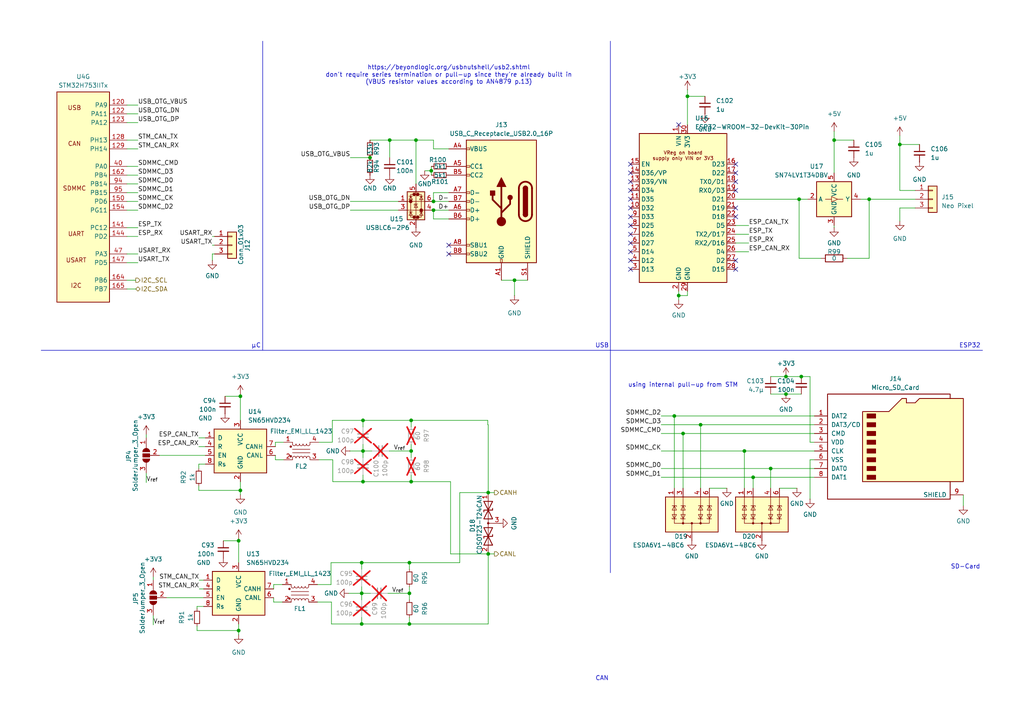
<source format=kicad_sch>
(kicad_sch
	(version 20250114)
	(generator "eeschema")
	(generator_version "9.0")
	(uuid "c61dd313-04ad-474f-9718-66b9bce07315")
	(paper "A4")
	
	(text "USB"
		(exclude_from_sim no)
		(at 174.625 100.33 0)
		(effects
			(font
				(size 1.27 1.27)
			)
		)
		(uuid "030ac795-edf5-444d-9323-762df8451be4")
	)
	(text "SD-Card"
		(exclude_from_sim no)
		(at 280.035 164.465 0)
		(effects
			(font
				(size 1.27 1.27)
			)
		)
		(uuid "05828fab-2d04-4397-b843-7a8ebdd025b6")
	)
	(text "don't require series termination or pull-up since they're already built in\n(VBUS resistor values according to AN4879 p.13)"
		(exclude_from_sim no)
		(at 130.175 22.86 0)
		(effects
			(font
				(size 1.27 1.27)
			)
		)
		(uuid "1055d774-b6a1-419a-b048-36be66eef259")
	)
	(text "µC"
		(exclude_from_sim no)
		(at 74.295 100.33 0)
		(effects
			(font
				(size 1.27 1.27)
			)
		)
		(uuid "116a24cc-e1f0-4e0d-bea5-abd9a8f91599")
	)
	(text "https://beyondlogic.org/usbnutshell/usb2.shtml"
		(exclude_from_sim no)
		(at 130.175 19.685 0)
		(effects
			(font
				(size 1.27 1.27)
			)
		)
		(uuid "17aebb66-f36f-4773-91b3-aa6e98e3a3df")
	)
	(text "ESP32"
		(exclude_from_sim no)
		(at 281.305 100.33 0)
		(effects
			(font
				(size 1.27 1.27)
			)
		)
		(uuid "2f1a1088-c0ce-4de9-ae6e-34c8798ff98b")
	)
	(text "using internal pull-up from STM"
		(exclude_from_sim no)
		(at 198.12 111.76 0)
		(effects
			(font
				(size 1.27 1.27)
			)
		)
		(uuid "a2052886-6177-4247-95db-c4b735b95dd6")
	)
	(text "CAN"
		(exclude_from_sim no)
		(at 174.625 196.85 0)
		(effects
			(font
				(size 1.27 1.27)
			)
		)
		(uuid "aaa6aba1-4600-4726-ab41-4812b09f5f58")
	)
	(junction
		(at 231.775 57.785)
		(diameter 0)
		(color 0 0 0 0)
		(uuid "05cfbb34-84b8-41f9-b2c6-e5b00514da1d")
	)
	(junction
		(at 215.9 130.81)
		(diameter 0)
		(color 0 0 0 0)
		(uuid "0bbc3a19-37df-42ad-91f0-8540a0395fb7")
	)
	(junction
		(at 227.965 109.22)
		(diameter 0)
		(color 0 0 0 0)
		(uuid "18ab2d23-28e9-4932-9559-08cfc3b6ac2c")
	)
	(junction
		(at 232.41 109.22)
		(diameter 0)
		(color 0 0 0 0)
		(uuid "24fd9673-2273-4cc7-b851-95d6418ffacd")
	)
	(junction
		(at 118.745 180.975)
		(diameter 0)
		(color 0 0 0 0)
		(uuid "28a47998-b579-477b-8bd7-5184e4777d5e")
	)
	(junction
		(at 119.253 130.81)
		(diameter 0)
		(color 0 0 0 0)
		(uuid "3162dd44-bd73-462d-a1ba-3ec68e82b83a")
	)
	(junction
		(at 252.095 57.785)
		(diameter 0)
		(color 0 0 0 0)
		(uuid "318c4647-7bc1-4283-9b65-f73983dbd071")
	)
	(junction
		(at 149.225 81.28)
		(diameter 0)
		(color 0 0 0 0)
		(uuid "3c1013bf-bfba-435b-96c5-025b99d0e79f")
	)
	(junction
		(at 69.723 142.24)
		(diameter 0)
		(color 0 0 0 0)
		(uuid "3d875b4c-a7a5-4903-ad64-3ecea35d872b")
	)
	(junction
		(at 69.723 114.935)
		(diameter 0)
		(color 0 0 0 0)
		(uuid "41b0bad5-7e8d-4b02-8ba8-4522831df7e6")
	)
	(junction
		(at 107.315 45.72)
		(diameter 0)
		(color 0 0 0 0)
		(uuid "46e9cd3f-c4dc-4e06-874a-970861c8e4d0")
	)
	(junction
		(at 195.58 120.65)
		(diameter 0)
		(color 0 0 0 0)
		(uuid "483c68f8-8db5-413f-96da-d4c2dccc7777")
	)
	(junction
		(at 69.215 182.88)
		(diameter 0)
		(color 0 0 0 0)
		(uuid "4dfb8dde-4cef-4814-89d9-dc2c67abc0ea")
	)
	(junction
		(at 218.44 138.43)
		(diameter 0)
		(color 0 0 0 0)
		(uuid "50b25640-4ca4-435d-9ca2-96918ac454bf")
	)
	(junction
		(at 198.12 125.73)
		(diameter 0)
		(color 0 0 0 0)
		(uuid "52bd35f7-90f4-444f-80c2-b19c5579d427")
	)
	(junction
		(at 104.902 163.195)
		(diameter 0)
		(color 0 0 0 0)
		(uuid "53b32a67-343e-432d-9256-006aedde493b")
	)
	(junction
		(at 119.253 139.7)
		(diameter 0)
		(color 0 0 0 0)
		(uuid "6c0e76a3-6aad-4fb4-a948-d5eac4447136")
	)
	(junction
		(at 105.283 121.92)
		(diameter 0)
		(color 0 0 0 0)
		(uuid "7481ae21-ea6c-45fa-90b7-25db4fcacac0")
	)
	(junction
		(at 125.73 60.96)
		(diameter 0)
		(color 0 0 0 0)
		(uuid "76eb61ee-a5dc-435a-8704-218432069d76")
	)
	(junction
		(at 227.965 114.3)
		(diameter 0)
		(color 0 0 0 0)
		(uuid "7b77a6c7-da0a-42bd-826a-b38b72133772")
	)
	(junction
		(at 69.215 156.845)
		(diameter 0)
		(color 0 0 0 0)
		(uuid "7c2aa378-d994-4cbb-a7fd-662b6a6dbd3e")
	)
	(junction
		(at 223.52 135.89)
		(diameter 0)
		(color 0 0 0 0)
		(uuid "83a97a6e-f8be-41f0-8991-cb39de58c4f2")
	)
	(junction
		(at 199.39 27.94)
		(diameter 0)
		(color 0 0 0 0)
		(uuid "8a2ddf5a-e56d-4ddb-b3a7-3ce78fdb1ea7")
	)
	(junction
		(at 104.902 180.975)
		(diameter 0)
		(color 0 0 0 0)
		(uuid "8c902d7a-9a97-4247-a024-6511c85f57b0")
	)
	(junction
		(at 119.253 121.92)
		(diameter 0)
		(color 0 0 0 0)
		(uuid "9727df9d-30c2-4d31-a4a4-c18de4a38ffd")
	)
	(junction
		(at 141.605 160.655)
		(diameter 0)
		(color 0 0 0 0)
		(uuid "9b258187-c52a-4e59-8789-b7ac6ed5dc99")
	)
	(junction
		(at 104.902 172.085)
		(diameter 0)
		(color 0 0 0 0)
		(uuid "9cc87ece-ed33-40de-966c-51c2001dc894")
	)
	(junction
		(at 105.283 130.81)
		(diameter 0)
		(color 0 0 0 0)
		(uuid "9cdc856e-55bf-4f24-8496-a3f3c835efb4")
	)
	(junction
		(at 120.65 40.64)
		(diameter 0)
		(color 0 0 0 0)
		(uuid "9ea8c7a2-1503-4324-bc92-c95e051488ac")
	)
	(junction
		(at 141.605 142.875)
		(diameter 0)
		(color 0 0 0 0)
		(uuid "a02cb7ca-67e1-4267-9b51-48bfa47aa699")
	)
	(junction
		(at 203.2 123.19)
		(diameter 0)
		(color 0 0 0 0)
		(uuid "a030d523-f685-498c-a6ce-88394aca3cb6")
	)
	(junction
		(at 118.745 163.195)
		(diameter 0)
		(color 0 0 0 0)
		(uuid "b60abf17-3e74-47af-a488-26c720dd0b0f")
	)
	(junction
		(at 118.745 172.085)
		(diameter 0)
		(color 0 0 0 0)
		(uuid "b6c8fd7b-67f5-4777-9880-dd70ef3914a0")
	)
	(junction
		(at 196.85 85.725)
		(diameter 0)
		(color 0 0 0 0)
		(uuid "cee00a16-43e6-4734-87be-e840da75aabc")
	)
	(junction
		(at 105.283 139.7)
		(diameter 0)
		(color 0 0 0 0)
		(uuid "cf065f4e-64c6-411f-9278-3cbeff3ad8fd")
	)
	(junction
		(at 125.095 49.53)
		(diameter 0)
		(color 0 0 0 0)
		(uuid "d302f7ee-d45d-43f0-9f1f-85368a116229")
	)
	(junction
		(at 260.985 41.91)
		(diameter 0)
		(color 0 0 0 0)
		(uuid "e4280f40-0a8b-46b8-8a3f-bdc2bbc7d561")
	)
	(junction
		(at 241.935 40.64)
		(diameter 0)
		(color 0 0 0 0)
		(uuid "e66e4697-c658-4daa-8505-29693d7c6fa8")
	)
	(junction
		(at 125.73 58.42)
		(diameter 0)
		(color 0 0 0 0)
		(uuid "e8da3965-6ebf-4303-bffa-5c0b2fe16f2a")
	)
	(junction
		(at 113.03 40.64)
		(diameter 0)
		(color 0 0 0 0)
		(uuid "eef95e3a-9baf-4512-9c0f-0fb5481cc6c4")
	)
	(no_connect
		(at 182.88 73.025)
		(uuid "0f78565a-9a79-4977-842d-db81c2f3a858")
	)
	(no_connect
		(at 182.88 55.245)
		(uuid "1635493b-c0b0-4b22-91c0-dd20f89d28d6")
	)
	(no_connect
		(at 182.88 57.785)
		(uuid "2cd37b9b-1e16-4721-baaf-0f02fff9ee15")
	)
	(no_connect
		(at 213.36 47.625)
		(uuid "2e298096-7ace-418c-89a7-3d43d6bed0db")
	)
	(no_connect
		(at 182.88 60.325)
		(uuid "3bc25636-dee2-443e-8ccb-a980f456ac63")
	)
	(no_connect
		(at 182.88 50.165)
		(uuid "43d8676e-50c6-4697-acd1-a078ec396d67")
	)
	(no_connect
		(at 182.88 65.405)
		(uuid "4a7c660c-ecc7-4617-8099-7833ce97674f")
	)
	(no_connect
		(at 182.88 47.625)
		(uuid "5a25121c-a1f8-402a-a503-9b4b6773db57")
	)
	(no_connect
		(at 196.85 36.195)
		(uuid "5c9306cf-381b-4d82-8a3a-52bc964f2a36")
	)
	(no_connect
		(at 213.36 52.705)
		(uuid "5c964bdf-2ed2-4eef-b541-8ce09ccb6359")
	)
	(no_connect
		(at 182.88 78.105)
		(uuid "5cab31a6-586b-4cbb-8e74-6785a73b7287")
	)
	(no_connect
		(at 213.36 75.565)
		(uuid "627c0ac6-463b-4d74-9056-912f48f57f8c")
	)
	(no_connect
		(at 182.88 67.945)
		(uuid "662f2eb1-7541-4b5a-9b3e-348e11036abd")
	)
	(no_connect
		(at 182.88 52.705)
		(uuid "73269fd7-c364-4aef-a8b5-a2eabdfa97a8")
	)
	(no_connect
		(at 213.36 60.325)
		(uuid "797e1eed-a489-45da-8c0f-184fc597169c")
	)
	(no_connect
		(at 182.88 75.565)
		(uuid "8365a6d4-6d29-461b-904c-0324ca06fc5a")
	)
	(no_connect
		(at 182.88 62.865)
		(uuid "8ac847d1-9069-40ae-a3f2-d3aed782fb55")
	)
	(no_connect
		(at 213.36 78.105)
		(uuid "8f56c4af-52dc-4612-9881-b40f131d9649")
	)
	(no_connect
		(at 213.36 50.165)
		(uuid "b938ea39-6292-4387-8cd7-875c20a9d49a")
	)
	(no_connect
		(at 130.175 71.12)
		(uuid "d7064c93-16c6-497d-859a-7b410a29e175")
	)
	(no_connect
		(at 213.36 55.245)
		(uuid "da2de24c-d775-46ec-8771-ff0ede014a17")
	)
	(no_connect
		(at 130.175 73.66)
		(uuid "e5cfba84-9aae-4335-81b2-f9420a56298e")
	)
	(no_connect
		(at 182.88 70.485)
		(uuid "e700e196-44ff-4ef8-a8e9-38a5e666b895")
	)
	(no_connect
		(at 213.36 62.865)
		(uuid "ffc9674a-9076-447f-ba67-71a5716efeb9")
	)
	(wire
		(pts
			(xy 198.12 125.73) (xy 198.12 141.605)
		)
		(stroke
			(width 0)
			(type default)
		)
		(uuid "0126e725-cd4a-43de-a635-49074d4eee16")
	)
	(wire
		(pts
			(xy 113.03 40.64) (xy 120.65 40.64)
		)
		(stroke
			(width 0)
			(type default)
		)
		(uuid "03b6b96d-d108-4c6b-b2b6-d370d0813a07")
	)
	(wire
		(pts
			(xy 40.005 53.34) (xy 36.83 53.34)
		)
		(stroke
			(width 0)
			(type default)
		)
		(uuid "069c83cc-66af-4239-a3f2-6fc7c9797843")
	)
	(wire
		(pts
			(xy 227.965 109.22) (xy 232.41 109.22)
		)
		(stroke
			(width 0)
			(type default)
		)
		(uuid "0720b77c-06ec-4ddc-af8a-933409149d5c")
	)
	(wire
		(pts
			(xy 252.095 57.785) (xy 252.095 74.93)
		)
		(stroke
			(width 0)
			(type default)
		)
		(uuid "07821e1a-6081-4b53-af8d-3407e5dfe479")
	)
	(wire
		(pts
			(xy 96.139 174.625) (xy 96.139 180.975)
		)
		(stroke
			(width 0)
			(type default)
		)
		(uuid "07b7ef48-98f5-4f9c-8c83-e93a23111e86")
	)
	(wire
		(pts
			(xy 217.17 65.405) (xy 213.36 65.405)
		)
		(stroke
			(width 0)
			(type default)
		)
		(uuid "08072ded-74bf-4b0b-806c-19444be54a5d")
	)
	(wire
		(pts
			(xy 101.6 58.42) (xy 115.57 58.42)
		)
		(stroke
			(width 0)
			(type default)
		)
		(uuid "082fce0a-328f-4c33-b82d-f736243226bd")
	)
	(wire
		(pts
			(xy 125.095 49.53) (xy 125.095 50.8)
		)
		(stroke
			(width 0)
			(type default)
		)
		(uuid "0ea0bb12-e71d-4036-85a4-6c19fe123590")
	)
	(wire
		(pts
			(xy 79.883 133.35) (xy 79.883 132.08)
		)
		(stroke
			(width 0)
			(type default)
		)
		(uuid "0eb24822-65ba-4fcc-a791-110a601cab9c")
	)
	(wire
		(pts
			(xy 241.935 40.64) (xy 247.65 40.64)
		)
		(stroke
			(width 0)
			(type default)
		)
		(uuid "0ec11d76-de2c-47d9-b68b-71e96f39e5f7")
	)
	(wire
		(pts
			(xy 36.83 55.88) (xy 40.005 55.88)
		)
		(stroke
			(width 0)
			(type default)
		)
		(uuid "0f23c12c-ee24-49ec-857a-7c94676913f0")
	)
	(wire
		(pts
			(xy 113.03 40.64) (xy 113.03 45.72)
		)
		(stroke
			(width 0)
			(type default)
		)
		(uuid "0f360adf-082b-43ce-b071-56ba3d6d1ff9")
	)
	(wire
		(pts
			(xy 223.52 135.89) (xy 236.22 135.89)
		)
		(stroke
			(width 0)
			(type default)
		)
		(uuid "0fe1c355-612f-4426-80ff-01e842356dec")
	)
	(wire
		(pts
			(xy 199.39 27.94) (xy 199.39 36.195)
		)
		(stroke
			(width 0)
			(type default)
		)
		(uuid "11371f3a-622b-4d06-958d-0de2e3aefad4")
	)
	(wire
		(pts
			(xy 44.45 178.435) (xy 44.45 181.229)
		)
		(stroke
			(width 0)
			(type default)
		)
		(uuid "1191196b-173d-4dee-bb6d-b29a4d435163")
	)
	(wire
		(pts
			(xy 260.985 41.91) (xy 260.985 55.245)
		)
		(stroke
			(width 0)
			(type default)
		)
		(uuid "11fcf8a6-a9da-4e10-b537-040a5f04eac6")
	)
	(wire
		(pts
			(xy 92.075 169.545) (xy 96.012 169.545)
		)
		(stroke
			(width 0)
			(type default)
		)
		(uuid "1255d5b2-c80c-45ce-8562-7f9325184eb2")
	)
	(wire
		(pts
			(xy 119.253 121.92) (xy 141.478 121.92)
		)
		(stroke
			(width 0)
			(type default)
		)
		(uuid "16abee5d-4262-4bfd-ba27-099017bd3c89")
	)
	(wire
		(pts
			(xy 199.39 85.725) (xy 199.39 84.455)
		)
		(stroke
			(width 0)
			(type default)
		)
		(uuid "175d1789-0795-45ea-bebd-00c51a23ce0a")
	)
	(wire
		(pts
			(xy 191.77 135.89) (xy 223.52 135.89)
		)
		(stroke
			(width 0)
			(type default)
		)
		(uuid "1771b8ef-8c2d-4dbc-bfd3-902fd9585271")
	)
	(wire
		(pts
			(xy 61.595 73.66) (xy 61.595 75.565)
		)
		(stroke
			(width 0)
			(type default)
		)
		(uuid "1851c3fc-c833-4316-939d-3a55a4935065")
	)
	(wire
		(pts
			(xy 61.595 71.12) (xy 62.23 71.12)
		)
		(stroke
			(width 0)
			(type default)
		)
		(uuid "18ab3ef7-d310-4dfe-9bd7-87f1a836a671")
	)
	(wire
		(pts
			(xy 36.83 33.02) (xy 40.005 33.02)
		)
		(stroke
			(width 0)
			(type default)
		)
		(uuid "1b135d7b-8f10-4d19-9a19-146ba9d74198")
	)
	(wire
		(pts
			(xy 112.522 172.085) (xy 118.745 172.085)
		)
		(stroke
			(width 0)
			(type default)
		)
		(uuid "1c380b4c-4cae-4aa6-b682-a869ce94709e")
	)
	(wire
		(pts
			(xy 96.393 121.92) (xy 105.283 121.92)
		)
		(stroke
			(width 0)
			(type default)
		)
		(uuid "1c39585e-5704-44d0-a33d-b3876c68f352")
	)
	(wire
		(pts
			(xy 69.723 114.3) (xy 69.723 114.935)
		)
		(stroke
			(width 0)
			(type default)
		)
		(uuid "1e2b6175-d853-4821-ba74-1f24382ec349")
	)
	(wire
		(pts
			(xy 105.283 121.92) (xy 119.253 121.92)
		)
		(stroke
			(width 0)
			(type default)
		)
		(uuid "1ecee70f-1b0e-4963-98bb-53f91fcf7497")
	)
	(wire
		(pts
			(xy 118.745 170.18) (xy 118.745 172.085)
		)
		(stroke
			(width 0)
			(type default)
		)
		(uuid "216a5d0c-6bc2-4d57-bfc1-a0137443fd45")
	)
	(wire
		(pts
			(xy 125.73 55.88) (xy 130.175 55.88)
		)
		(stroke
			(width 0)
			(type default)
		)
		(uuid "21acc590-ee7c-4d1e-8e1e-92f9f843d3c0")
	)
	(wire
		(pts
			(xy 36.83 60.96) (xy 40.005 60.96)
		)
		(stroke
			(width 0)
			(type default)
		)
		(uuid "2201ad5c-2ea0-4a84-9169-84f97ac3d850")
	)
	(wire
		(pts
			(xy 125.73 60.96) (xy 130.175 60.96)
		)
		(stroke
			(width 0)
			(type default)
		)
		(uuid "23e71670-b058-4e01-a066-4bf14b43a603")
	)
	(wire
		(pts
			(xy 118.745 172.085) (xy 118.745 173.99)
		)
		(stroke
			(width 0)
			(type default)
		)
		(uuid "25fcae18-2fce-4a2e-b99e-14db92c22b5a")
	)
	(wire
		(pts
			(xy 133.35 142.875) (xy 141.605 142.875)
		)
		(stroke
			(width 0)
			(type default)
		)
		(uuid "27d7ae8c-7eae-4f28-bd8f-3df57c79cc78")
	)
	(wire
		(pts
			(xy 217.17 73.025) (xy 213.36 73.025)
		)
		(stroke
			(width 0)
			(type default)
		)
		(uuid "29423af5-f664-45ad-bb1e-0735e38873c2")
	)
	(wire
		(pts
			(xy 118.745 163.195) (xy 133.35 163.195)
		)
		(stroke
			(width 0)
			(type default)
		)
		(uuid "2d763691-facb-4f15-9e9f-59c2b2d09226")
	)
	(wire
		(pts
			(xy 40.005 30.48) (xy 36.83 30.48)
		)
		(stroke
			(width 0)
			(type default)
		)
		(uuid "2e6d5f7d-e2c5-4fff-9ab8-ff9e5059fed6")
	)
	(wire
		(pts
			(xy 238.125 74.93) (xy 231.775 74.93)
		)
		(stroke
			(width 0)
			(type default)
		)
		(uuid "2fa12003-ea95-4a7e-a7b4-8f6dd8428bb3")
	)
	(wire
		(pts
			(xy 44.45 167.259) (xy 44.45 168.275)
		)
		(stroke
			(width 0)
			(type default)
		)
		(uuid "2fe633c0-4d3d-40d2-b66e-9c920b1c7a86")
	)
	(wire
		(pts
			(xy 218.44 141.605) (xy 218.44 138.43)
		)
		(stroke
			(width 0)
			(type default)
		)
		(uuid "3173a2ad-906e-47f8-a364-fc370f3c628a")
	)
	(wire
		(pts
			(xy 145.415 151.765) (xy 144.653 151.765)
		)
		(stroke
			(width 0)
			(type default)
		)
		(uuid "31a4bbdf-559b-4207-a858-901d74817d56")
	)
	(wire
		(pts
			(xy 65.278 114.935) (xy 69.723 114.935)
		)
		(stroke
			(width 0)
			(type default)
		)
		(uuid "32faf47c-e64c-44b4-9d62-4d28d8d4153b")
	)
	(polyline
		(pts
			(xy 11.938 101.6) (xy 284.988 101.6)
		)
		(stroke
			(width 0)
			(type default)
		)
		(uuid "3585df17-1500-4acf-8047-979ff4b5fedc")
	)
	(wire
		(pts
			(xy 69.215 182.88) (xy 69.215 184.15)
		)
		(stroke
			(width 0)
			(type default)
		)
		(uuid "364b407f-3b1e-4c62-9eb8-d29a94c13635")
	)
	(wire
		(pts
			(xy 130.683 160.655) (xy 130.683 139.7)
		)
		(stroke
			(width 0)
			(type default)
		)
		(uuid "37424b4b-71c8-41c4-b362-ea3007ee2cc4")
	)
	(wire
		(pts
			(xy 231.775 74.93) (xy 231.775 57.785)
		)
		(stroke
			(width 0)
			(type default)
		)
		(uuid "393f9b29-c1fb-4477-8410-888c1c775882")
	)
	(wire
		(pts
			(xy 241.935 38.1) (xy 241.935 40.64)
		)
		(stroke
			(width 0)
			(type default)
		)
		(uuid "395ffaba-dbfc-4c84-b3a1-2617223e9f3e")
	)
	(wire
		(pts
			(xy 96.52 133.35) (xy 96.52 139.7)
		)
		(stroke
			(width 0)
			(type default)
		)
		(uuid "3b6bddeb-5651-4db5-98b2-9b6f3f702707")
	)
	(wire
		(pts
			(xy 101.6 45.72) (xy 107.315 45.72)
		)
		(stroke
			(width 0)
			(type default)
		)
		(uuid "3d2cc28f-a815-44ff-b579-98f1bafc55ff")
	)
	(wire
		(pts
			(xy 236.22 128.27) (xy 234.95 128.27)
		)
		(stroke
			(width 0)
			(type default)
		)
		(uuid "3d36dc6e-fb6c-4d22-b425-43462a3be059")
	)
	(wire
		(pts
			(xy 36.83 73.66) (xy 40.005 73.66)
		)
		(stroke
			(width 0)
			(type default)
		)
		(uuid "3e2111f4-1096-49ea-babe-955e0bcbceb6")
	)
	(wire
		(pts
			(xy 119.253 128.905) (xy 119.253 130.81)
		)
		(stroke
			(width 0)
			(type default)
		)
		(uuid "418d6449-7d54-435c-9348-9ebcc667fba1")
	)
	(wire
		(pts
			(xy 149.225 81.28) (xy 145.415 81.28)
		)
		(stroke
			(width 0)
			(type default)
		)
		(uuid "43eb60ad-a089-43b3-8c73-3cd2d4334140")
	)
	(wire
		(pts
			(xy 226.06 141.605) (xy 231.14 141.605)
		)
		(stroke
			(width 0)
			(type default)
		)
		(uuid "4509c7f5-35ec-4bd1-89e7-1a05d5b53aa2")
	)
	(wire
		(pts
			(xy 125.73 58.42) (xy 125.73 55.88)
		)
		(stroke
			(width 0)
			(type default)
		)
		(uuid "4991bdca-b170-43ed-84ef-9caf2ab85aec")
	)
	(wire
		(pts
			(xy 118.745 179.07) (xy 118.745 180.975)
		)
		(stroke
			(width 0)
			(type default)
		)
		(uuid "4abd7593-788c-4faf-8edb-6bf231a57d07")
	)
	(wire
		(pts
			(xy 61.595 68.58) (xy 62.23 68.58)
		)
		(stroke
			(width 0)
			(type default)
		)
		(uuid "4c385e60-1b83-4735-8d87-273cadd39ee9")
	)
	(wire
		(pts
			(xy 120.65 40.64) (xy 125.73 40.64)
		)
		(stroke
			(width 0)
			(type default)
		)
		(uuid "4c4a7a36-80ee-4595-b311-1291392bf06c")
	)
	(wire
		(pts
			(xy 231.775 57.785) (xy 234.315 57.785)
		)
		(stroke
			(width 0)
			(type default)
		)
		(uuid "4dc32d7f-3ff8-43a5-afb9-2f4908b6a181")
	)
	(wire
		(pts
			(xy 141.605 160.655) (xy 141.605 180.975)
		)
		(stroke
			(width 0)
			(type default)
		)
		(uuid "4f3190e5-1fec-4c20-8c78-bb72eed0982d")
	)
	(wire
		(pts
			(xy 260.985 55.245) (xy 265.43 55.245)
		)
		(stroke
			(width 0)
			(type default)
		)
		(uuid "4f4d3fff-85b9-4083-bd46-2b914ab4a849")
	)
	(wire
		(pts
			(xy 223.52 135.89) (xy 223.52 141.605)
		)
		(stroke
			(width 0)
			(type default)
		)
		(uuid "4ff43a78-6f92-4a7c-8cfb-ed39be066f5a")
	)
	(wire
		(pts
			(xy 234.95 133.35) (xy 234.95 144.78)
		)
		(stroke
			(width 0)
			(type default)
		)
		(uuid "5121f087-75a7-4517-bf80-93142898bd7b")
	)
	(wire
		(pts
			(xy 223.52 114.3) (xy 227.965 114.3)
		)
		(stroke
			(width 0)
			(type default)
		)
		(uuid "551574cf-3580-4b1f-8680-a14f6beb8bdd")
	)
	(wire
		(pts
			(xy 79.883 128.27) (xy 82.296 128.27)
		)
		(stroke
			(width 0)
			(type default)
		)
		(uuid "569600ce-4916-426c-ad6a-43656f889c21")
	)
	(wire
		(pts
			(xy 69.215 156.21) (xy 69.215 156.845)
		)
		(stroke
			(width 0)
			(type default)
		)
		(uuid "573d52d7-2912-42f7-a32c-98f9437fcfb4")
	)
	(wire
		(pts
			(xy 57.785 168.275) (xy 59.055 168.275)
		)
		(stroke
			(width 0)
			(type default)
		)
		(uuid "58a5b0f4-7372-4ed6-b2ff-21c9fc14c383")
	)
	(wire
		(pts
			(xy 191.77 138.43) (xy 218.44 138.43)
		)
		(stroke
			(width 0)
			(type default)
		)
		(uuid "5c2584d9-d8f6-4dbe-931c-d205c3941d47")
	)
	(wire
		(pts
			(xy 105.283 139.7) (xy 119.253 139.7)
		)
		(stroke
			(width 0)
			(type default)
		)
		(uuid "5c8a4f71-ee4a-46e2-86ff-f735840fe6ca")
	)
	(wire
		(pts
			(xy 249.555 57.785) (xy 252.095 57.785)
		)
		(stroke
			(width 0)
			(type default)
		)
		(uuid "5dfc728b-36a2-4990-a0c8-dbb05f1fc760")
	)
	(wire
		(pts
			(xy 119.253 139.7) (xy 130.683 139.7)
		)
		(stroke
	
... [133986 chars truncated]
</source>
